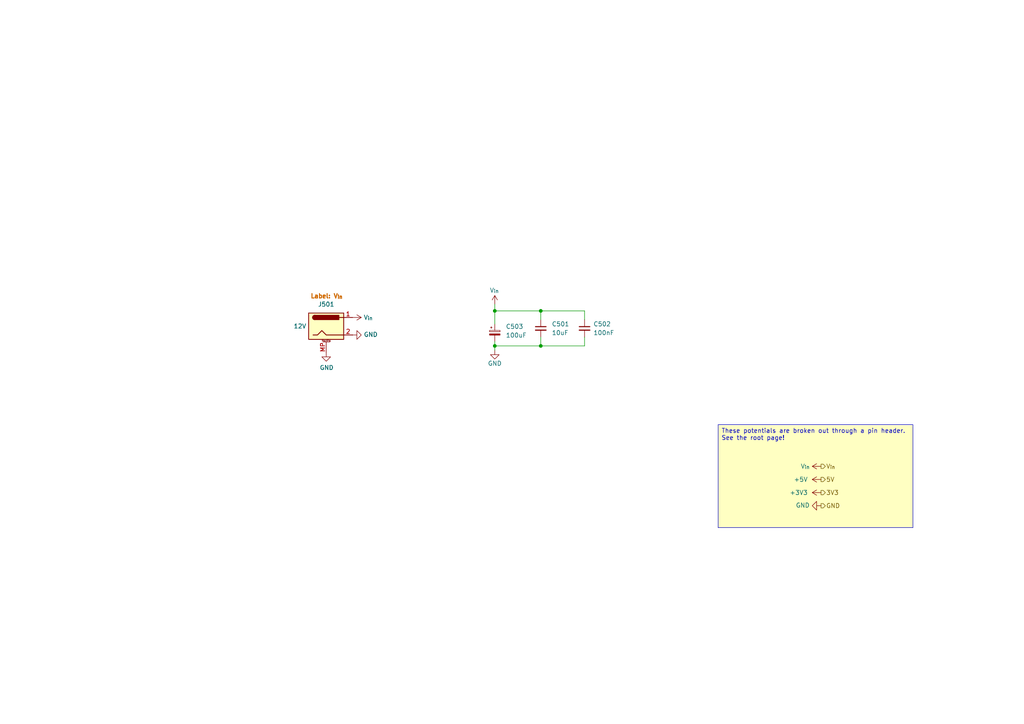
<source format=kicad_sch>
(kicad_sch (version 20231120) (generator "eeschema") (generator_version "8.0")
  (paper "A4")
  (title_block (title "${TITLE}") (date "2025-01-04") (rev "${REVISION}") (comment 1 "${AUTHOR}"))
  (lib_symbols
    (symbol "Connector:Barrel_Jack_MountingPin" (pin_names hide)
      (property "Reference" "J" (at 0 5.334 0))
      (property "Value" "Barrel_Jack_MountingPin" (at 1.27 -6.35 0))
      (symbol "Barrel_Jack_MountingPin_0_1"
        (rectangle (start -5.08 3.81) (end 5.08 -3.81) (stroke (width 0.254)) (fill (type background)))
        (arc (start -3.302 3.175) (mid -3.9343 2.54) (end -3.302 1.905) (stroke (width 0.254)))
        (arc (start -3.302 3.175) (mid -3.9343 2.54) (end -3.302 1.905) (stroke (width 0.254)) (fill (type outline)))
        (polyline (pts (xy 5.08 2.54) (xy 3.81 2.54)) (stroke (width 0.254)))
        (polyline (pts (xy -3.81 -2.54) (xy -2.54 -2.54) (xy -1.27 -1.27) (xy 0 -2.54) (xy 2.54 -2.54) (xy 5.08 -2.54)) (stroke (width 0.254)))
        (rectangle (start 3.683 3.175) (end -3.302 1.905) (stroke (width 0.254)) (fill (type outline)))
      )
      (symbol "Barrel_Jack_MountingPin_1_1"
        (polyline (pts (xy -1.016 -4.572) (xy 1.016 -4.572)) (stroke (width 0.1524)))
        (text "Mounting" (at 0 -4.191 0) (effects (font (size 0.381 0.381))))
        (pin passive line (at 7.62 2.54 180) (length 2.54) (name "~") (number "1"))
        (pin passive line (at 7.62 -2.54 180) (length 2.54) (name "~") (number "2"))
        (pin passive line (at 0 -7.62 90) (length 3.048) (name "MountPin") (number "MP"))
      )
    )
    (symbol "Device:C_Polarized_Small" (pin_numbers hide) (pin_names (offset 0.254) hide)
      (property "Reference" "C" (at 0.254 1.778 0))
      (property "Value" "C_Polarized_Small" (at 0.254 -2.032 0))
      (symbol "C_Polarized_Small_0_1"
        (rectangle (start -1.524 -0.3048) (end 1.524 -0.6858) (fill (type outline)))
        (rectangle (start -1.524 0.6858) (end 1.524 0.3048))
        (polyline (pts (xy -1.27 1.524) (xy -0.762 1.524)))
        (polyline (pts (xy -1.016 1.27) (xy -1.016 1.778)))
      )
      (symbol "C_Polarized_Small_1_1"
        (pin passive line (at 0 2.54 270) (length 1.8542) (name "~") (number "1"))
        (pin passive line (at 0 -2.54 90) (length 1.8542) (name "~") (number "2"))
      )
    )
    (symbol "Device:C_Small" (pin_numbers hide) (pin_names (offset 0.254) hide)
      (property "Reference" "C" (at 0.254 1.778 0))
      (property "Value" "C_Small" (at 0.254 -2.032 0))
      (symbol "C_Small_0_1"
        (polyline (pts (xy -1.524 -0.508) (xy 1.524 -0.508)) (stroke (width 0.3302)))
        (polyline (pts (xy -1.524 0.508) (xy 1.524 0.508)) (stroke (width 0.3048)))
      )
      (symbol "C_Small_1_1"
        (pin passive line (at 0 2.54 270) (length 2.032) (name "~") (number "1"))
        (pin passive line (at 0 -2.54 90) (length 2.032) (name "~") (number "2"))
      )
    )
    (symbol "power:+12V" (power) (pin_names (offset 0))
      (property "Value" "+12V" (at 0 3.556 0))
      (symbol "+12V_0_1"
        (polyline (pts (xy -0.762 1.27) (xy 0 2.54)))
        (polyline (pts (xy 0 0) (xy 0 2.54)))
        (polyline (pts (xy 0 2.54) (xy 0.762 1.27)))
      )
      (symbol "+12V_1_1"
        (pin power_in line (at 0 0 90) (length 0) hide (name "+12V") (number "1"))
      )
    )
    (symbol "power:+3V3" (power) (pin_numbers hide) (pin_names (offset 0) hide)
      (property "Value" "+3V3" (at 0 3.556 0))
      (symbol "+3V3_0_1"
        (polyline (pts (xy -0.762 1.27) (xy 0 2.54)))
        (polyline (pts (xy 0 0) (xy 0 2.54)))
        (polyline (pts (xy 0 2.54) (xy 0.762 1.27)))
      )
      (symbol "+3V3_1_1"
        (pin power_in line (at 0 0 90) (length 0) (name "~") (number "1"))
      )
    )
    (symbol "power:+5V" (power) (pin_numbers hide) (pin_names (offset 0) hide)
      (property "Value" "+5V" (at 0 3.556 0))
      (symbol "+5V_0_1"
        (polyline (pts (xy -0.762 1.27) (xy 0 2.54)))
        (polyline (pts (xy 0 0) (xy 0 2.54)))
        (polyline (pts (xy 0 2.54) (xy 0.762 1.27)))
      )
      (symbol "+5V_1_1"
        (pin power_in line (at 0 0 90) (length 0) (name "~") (number "1"))
      )
    )
    (symbol "power:GND" (power) (pin_numbers hide) (pin_names (offset 0) hide)
      (property "Value" "GND" (at 0 -3.81 0))
      (symbol "GND_0_1"
        (polyline (pts (xy 0 0) (xy 0 -1.27) (xy 1.27 -1.27) (xy 0 -2.54) (xy -1.27 -1.27) (xy 0 -1.27)))
      )
      (symbol "GND_1_1"
        (pin power_in line (at 0 0 270) (length 0) (name "~") (number "1"))
      )
    )
  )
  (junction (at 156.845 90.17))
  (junction (at 143.51 90.17))
  (junction (at 143.51 100.33))
  (junction (at 156.845 100.33))
  (wire (pts (xy 143.51 101.6) (xy 143.51 100.33)))
  (wire (pts (xy 143.51 100.33) (xy 156.845 100.33)))
  (wire (pts (xy 156.845 100.33) (xy 169.545 100.33)))
  (wire (pts (xy 143.51 88.265) (xy 143.51 90.17)))
  (wire (pts (xy 143.51 93.98) (xy 143.51 90.17)))
  (wire (pts (xy 156.845 97.79) (xy 156.845 100.33)))
  (wire (pts (xy 169.545 97.79) (xy 169.545 100.33)))
  (wire (pts (xy 169.545 92.71) (xy 169.545 90.17)))
  (wire (pts (xy 156.845 90.17) (xy 169.545 90.17)))
  (wire (pts (xy 143.51 90.17) (xy 156.845 90.17)))
  (wire (pts (xy 156.845 92.71) (xy 156.845 90.17)))
  (wire (pts (xy 143.51 99.06) (xy 143.51 100.33)))
  (text_box "These potentials are broken out through a pin header. \nSee the root page!" (at 208.28 123.19 0) (size 56.515 29.845) (fill (type color) (color 255 255 194 1)) (effects (font (size 1.27 1.27)) (justify left top)))
  (hierarchical_label "5V" (shape output) (at 238.125 139.065 0))
  (hierarchical_label "V_{in}" (shape output) (at 238.125 135.255 0))
  (hierarchical_label "GND" (shape output) (at 238.125 146.685 0) (property "Netclass" "Default" (effects (hide yes))))
  (hierarchical_label "3V3" (shape output) (at 238.125 142.875 0))
  (symbol (lib_id "power:+12V") (at 238.125 135.255 90) (mirror x) (unit 1)
    (property "Reference" "#PWR0506" (effects (hide yes)))
    (property "Value" "V_{in}" (at 233.553 135.255 90))
  )
  (symbol (lib_id "power:GND") (at 238.125 146.685 270) (mirror x) (unit 1)
    (property "Reference" "#PWR0509" (effects (hide yes)))
    (property "Value" "GND" (at 234.8738 146.558 90) (effects (justify right)))
  )
  (symbol (lib_id "power:GND") (at 94.615 102.235 0) (unit 1)
    (property "Reference" "#PWR0502" (effects (hide yes)))
    (property "Value" "GND" (at 94.742 106.6292 0))
  )
  (symbol (lib_id "power:+12V") (at 143.51 88.265 0) (unit 1)
    (property "Reference" "#PWR0505" (effects (hide yes)))
    (property "Value" "V_{in}" (at 143.383 84.201 0))
  )
  (symbol (lib_id "Device:C_Small") (at 169.545 95.25 0) (unit 1)
    (property "Reference" "C502" (at 172.085 93.9862 0) (effects (justify left)))
    (property "Value" "100nF" (at 172.085 96.5262 0) (effects (justify left)))
    (property "Footprint" "Capacitor_SMD:C_0603_1608Metric" (effects (hide yes)))
    (property "Description" "Unpolarized capacitor, small symbol" (effects (hide yes)))
    (property "Price" "0.1" (effects (hide yes)))
  )
  (symbol (lib_id "power:+3V3") (at 238.125 142.875 90) (unit 1)
    (property "Reference" "#PWR0507" (effects (hide yes)))
    (property "Value" "+3V3" (at 234.315 142.8749 90) (effects (justify left)))
    (property "Description" "Power symbol creates a global label with name \"+3V3\"" (effects (hide yes)))
  )
  (symbol (lib_id "Device:C_Polarized_Small") (at 143.51 96.52 0) (unit 1)
    (property "Reference" "C503" (at 146.685 94.7038 0) (effects (justify left)))
    (property "Value" "100uF" (at 146.685 97.2438 0) (effects (justify left)))
    (property "Footprint" "Capacitor_SMD:C_Elec_5x5.8" (effects (hide yes)))
    (property "Description" "Polarized capacitor, small symbol" (effects (hide yes)))
  )
  (symbol (lib_id "power:+12V") (at 102.235 92.075 270) (unit 1)
    (property "Reference" "#PWR0503" (effects (hide yes)))
    (property "Value" "V_{in}" (at 106.807 92.075 90))
  )
  (symbol (lib_id "power:GND") (at 102.235 97.155 90) (unit 1)
    (property "Reference" "#PWR0504" (effects (hide yes)))
    (property "Value" "GND" (at 105.4862 97.028 90) (effects (justify right)))
  )
  (symbol (lib_id "Device:C_Small") (at 156.845 95.25 0) (unit 1)
    (property "Reference" "C501" (at 160.02 93.9862 0) (effects (justify left)))
    (property "Value" "10uF" (at 160.02 96.5262 0) (effects (justify left)))
    (property "Footprint" "Capacitor_SMD:C_0603_1608Metric" (effects (hide yes)))
    (property "Description" "Unpolarized capacitor, small symbol" (effects (hide yes)))
    (property "Price" "0.1" (effects (hide yes)))
  )
  (symbol (lib_id "Connector:Barrel_Jack_MountingPin") (at 94.615 94.615 0) (unit 1)
    (property "Reference" "J501" (at 94.615 88.265 0))
    (property "Value" "12V" (at 86.995 94.615 0))
    (property "Footprint" "rpi:CUI-PJ-018" (effects (hide yes)))
    (property "Source1" "https://www.digikey.de/de/products/detail/cui-devices/PJ-018/1644612" (effects (hide yes)))
    (property "MPN" "PJ-018" (effects (hide yes)))
    (property "Price (EUR)" "0.58" (effects (hide yes)))
    (property "Price100 (EUR)" "0.42" (effects (hide yes)))
    (property "Label" "V_{in}" (at 94.742 85.852 0) (show_name yes) (effects (font (thickness 0.254) (bold yes))))
  )
  (symbol (lib_id "power:+5V") (at 238.125 139.065 90) (unit 1)
    (property "Reference" "#PWR0508" (effects (hide yes)))
    (property "Value" "+5V" (at 234.315 139.0649 90) (effects (justify left)))
    (property "Description" "Power symbol creates a global label with name \"+5V\"" (effects (hide yes)))
  )
  (symbol (lib_id "power:GND") (at 143.51 101.6 0) (unit 1)
    (property "Reference" "#PWR0501" (effects (hide yes)))
    (property "Value" "GND" (at 143.51 105.41 0))
    (property "Description" "Power symbol creates a global label with name \"GND\" , ground" (effects (hide yes)))
  )
)
</source>
